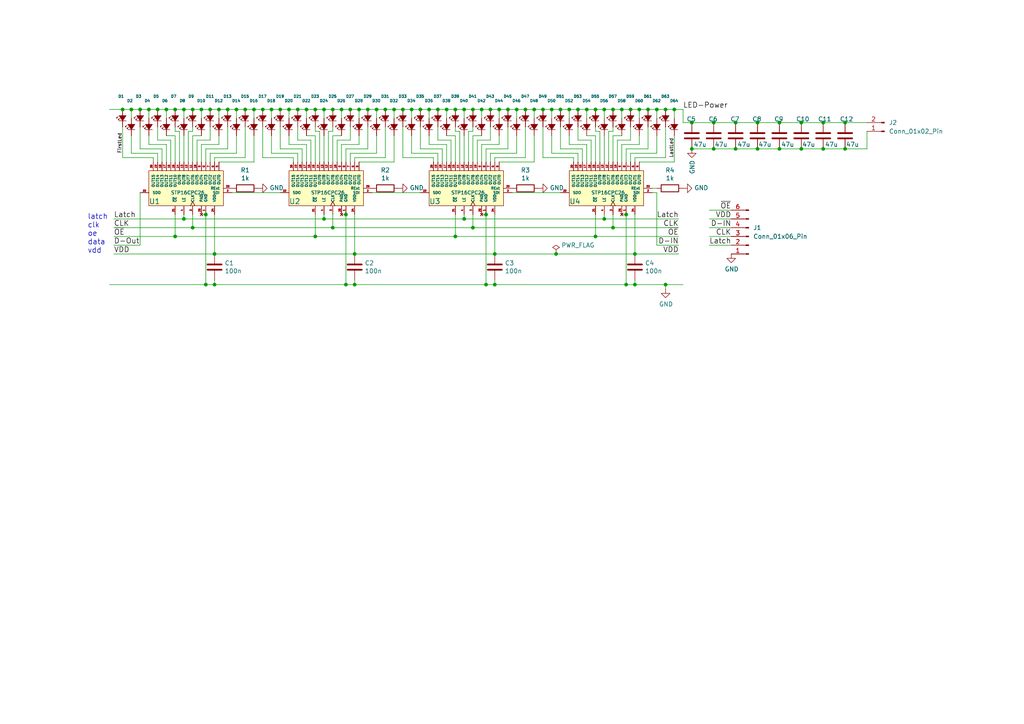
<source format=kicad_sch>
(kicad_sch (version 20231120) (generator "eeschema") (generator_version "8.0")
  (paper "A4")
  (junction (at 121.92 31.75))
  (junction (at 238.76 43.18))
  (junction (at 55.88 31.75))
  (junction (at 83.82 31.75))
  (junction (at 53.34 63.5))
  (junction (at 143.51 73.66))
  (junction (at 232.41 35.56))
  (junction (at 93.98 31.75))
  (junction (at 134.62 31.75))
  (junction (at 43.18 31.75))
  (junction (at 190.5 31.75))
  (junction (at 147.32 31.75))
  (junction (at 193.04 82.55))
  (junction (at 149.86 31.75))
  (junction (at 40.64 31.75))
  (junction (at 177.8 31.75))
  (junction (at 219.71 43.18))
  (junction (at 182.88 31.75))
  (junction (at 175.26 31.75))
  (junction (at 62.23 73.66))
  (junction (at 132.08 68.58))
  (junction (at 172.72 68.58))
  (junction (at 134.62 63.5))
  (junction (at 99.06 31.75))
  (junction (at 181.61 82.55))
  (junction (at 219.71 35.56))
  (junction (at 59.69 82.55))
  (junction (at 114.3 31.75))
  (junction (at 111.76 31.75))
  (junction (at 62.23 82.55))
  (junction (at 104.14 31.75))
  (junction (at 245.11 35.56))
  (junction (at 76.2 31.75))
  (junction (at 238.76 35.56))
  (junction (at 55.88 66.04))
  (junction (at 177.8 66.04))
  (junction (at 152.4 31.75))
  (junction (at 59.69 62.23))
  (junction (at 226.06 43.18))
  (junction (at 213.36 35.56))
  (junction (at 193.04 31.75))
  (junction (at 129.54 31.75))
  (junction (at 181.61 62.23))
  (junction (at 127 31.75))
  (junction (at 60.96 31.75))
  (junction (at 162.56 31.75))
  (junction (at 53.34 31.75))
  (junction (at 63.5 31.75))
  (junction (at 73.66 31.75))
  (junction (at 213.36 43.18))
  (junction (at 160.02 31.75))
  (junction (at 91.44 31.75))
  (junction (at 119.38 31.75))
  (junction (at 50.8 31.75))
  (junction (at 140.97 82.55))
  (junction (at 200.66 35.56))
  (junction (at 68.58 31.75))
  (junction (at 144.78 31.75))
  (junction (at 102.87 82.55))
  (junction (at 195.58 31.75))
  (junction (at 116.84 31.75))
  (junction (at 184.15 73.66))
  (junction (at 142.24 31.75))
  (junction (at 100.33 62.23))
  (junction (at 78.74 31.75))
  (junction (at 71.12 31.75))
  (junction (at 140.97 62.23))
  (junction (at 45.72 31.75))
  (junction (at 38.1 31.75))
  (junction (at 109.22 31.75))
  (junction (at 200.66 43.18))
  (junction (at 172.72 31.75))
  (junction (at 35.56 31.75))
  (junction (at 143.51 82.55))
  (junction (at 50.8 68.58))
  (junction (at 88.9 31.75))
  (junction (at 226.06 35.56))
  (junction (at 185.42 31.75))
  (junction (at 100.33 82.55))
  (junction (at 58.42 31.75))
  (junction (at 187.96 31.75))
  (junction (at 137.16 66.04))
  (junction (at 170.18 31.75))
  (junction (at 180.34 31.75))
  (junction (at 157.48 31.75))
  (junction (at 66.04 31.75))
  (junction (at 165.1 31.75))
  (junction (at 232.41 43.18))
  (junction (at 132.08 31.75))
  (junction (at 81.28 31.75))
  (junction (at 175.26 63.5))
  (junction (at 48.26 31.75))
  (junction (at 154.94 31.75))
  (junction (at 93.98 63.5))
  (junction (at 102.87 73.66))
  (junction (at 207.01 43.18))
  (junction (at 91.44 68.58))
  (junction (at 96.52 66.04))
  (junction (at 139.7 31.75))
  (junction (at 96.52 31.75))
  (junction (at 161.29 73.66))
  (junction (at 245.11 43.18))
  (junction (at 106.68 31.75))
  (junction (at 101.6 31.75))
  (junction (at 184.15 82.55))
  (junction (at 86.36 31.75))
  (junction (at 137.16 31.75))
  (junction (at 124.46 31.75))
  (junction (at 167.64 31.75))
  (junction (at 207.01 35.56))
  (wire (pts (xy 142.24 44.45) (xy 142.24 46.99)))
  (wire (pts (xy 157.48 45.72) (xy 166.37 45.72)))
  (wire (pts (xy 195.58 46.99) (xy 185.42 46.99)))
  (wire (pts (xy 78.74 44.45) (xy 86.36 44.45)))
  (wire (pts (xy 57.15 40.64) (xy 57.15 46.99)))
  (wire (pts (xy 33.02 68.58) (xy 50.8 68.58)))
  (wire (pts (xy 190.5 44.45) (xy 182.88 44.45)))
  (wire (pts (xy 152.4 36.83) (xy 152.4 45.72)))
  (wire (pts (xy 116.84 45.72) (xy 125.73 45.72)))
  (wire (pts (xy 190.5 34.29) (xy 190.5 31.75)))
  (wire (pts (xy 109.22 34.29) (xy 109.22 31.75)))
  (wire (pts (xy 52.07 38.1) (xy 52.07 46.99)))
  (wire (pts (xy 96.52 38.1) (xy 95.25 38.1)))
  (wire (pts (xy 96.52 31.75) (xy 99.06 31.75)))
  (wire (pts (xy 143.51 82.55) (xy 140.97 82.55)))
  (wire (pts (xy 109.22 31.75) (xy 111.76 31.75)))
  (wire (pts (xy 55.88 31.75) (xy 58.42 31.75)))
  (wire (pts (xy 73.66 46.99) (xy 63.5 46.99)))
  (wire (pts (xy 49.53 40.64) (xy 49.53 46.99)))
  (wire (pts (xy 180.34 31.75) (xy 182.88 31.75)))
  (wire (pts (xy 149.86 31.75) (xy 152.4 31.75)))
  (wire (pts (xy 182.88 44.45) (xy 182.88 46.99)))
  (wire (pts (xy 102.87 81.28) (xy 102.87 82.55)))
  (wire (pts (xy 60.96 40.64) (xy 57.15 40.64)))
  (wire (pts (xy 184.15 81.28) (xy 184.15 82.55)))
  (wire (pts (xy 45.72 31.75) (xy 48.26 31.75)))
  (wire (pts (xy 152.4 31.75) (xy 154.94 31.75)))
  (wire (pts (xy 170.18 31.75) (xy 172.72 31.75)))
  (wire (pts (xy 180.34 39.37) (xy 177.8 39.37)))
  (wire (pts (xy 96.52 36.83) (xy 96.52 38.1)))
  (wire (pts (xy 99.06 34.29) (xy 99.06 31.75)))
  (wire (pts (xy 175.26 31.75) (xy 177.8 31.75)))
  (wire (pts (xy 195.58 31.75) (xy 195.58 34.29)))
  (wire (pts (xy 102.87 45.72) (xy 111.76 45.72)))
  (wire (pts (xy 35.56 45.72) (xy 44.45 45.72)))
  (wire (pts (xy 91.44 39.37) (xy 91.44 46.99)))
  (wire (pts (xy 48.26 41.91) (xy 48.26 46.99)))
  (wire (pts (xy 134.62 34.29) (xy 134.62 31.75)))
  (wire (pts (xy 33.02 63.5) (xy 53.34 63.5)))
  (wire (pts (xy 185.42 34.29) (xy 185.42 31.75)))
  (wire (pts (xy 93.98 39.37) (xy 93.98 46.99)))
  (wire (pts (xy 66.04 36.83) (xy 66.04 43.18)))
  (wire (pts (xy 73.66 39.37) (xy 73.66 46.99)))
  (wire (pts (xy 200.66 35.56) (xy 207.01 35.56)))
  (wire (pts (xy 177.8 66.04) (xy 196.85 66.04)))
  (wire (pts (xy 102.87 73.66) (xy 143.51 73.66)))
  (wire (pts (xy 140.97 62.23) (xy 140.97 82.55)))
  (wire (pts (xy 132.08 38.1) (xy 133.35 38.1)))
  (wire (pts (xy 86.36 36.83) (xy 86.36 40.64)))
  (wire (pts (xy 166.37 45.72) (xy 166.37 46.99)))
  (wire (pts (xy 198.12 31.75) (xy 195.58 31.75)))
  (wire (pts (xy 121.92 43.18) (xy 128.27 43.18)))
  (wire (pts (xy 88.9 34.29) (xy 88.9 31.75)))
  (wire (pts (xy 134.62 31.75) (xy 137.16 31.75)))
  (wire (pts (xy 144.78 39.37) (xy 144.78 41.91)))
  (wire (pts (xy 106.68 36.83) (xy 106.68 43.18)))
  (wire (pts (xy 125.73 45.72) (xy 125.73 46.99)))
  (wire (pts (xy 62.23 82.55) (xy 59.69 82.55)))
  (wire (pts (xy 170.18 39.37) (xy 172.72 39.37)))
  (wire (pts (xy 59.69 43.18) (xy 59.69 46.99)))
  (wire (pts (xy 50.8 68.58) (xy 91.44 68.58)))
  (wire (pts (xy 251.46 43.18) (xy 245.11 43.18)))
  (wire (pts (xy 93.98 62.23) (xy 93.98 63.5)))
  (wire (pts (xy 45.72 36.83) (xy 45.72 40.64)))
  (wire (pts (xy 119.38 44.45) (xy 127 44.45)))
  (wire (pts (xy 68.58 34.29) (xy 68.58 31.75)))
  (wire (pts (xy 95.25 38.1) (xy 95.25 46.99)))
  (wire (pts (xy 137.16 36.83) (xy 137.16 38.1)))
  (wire (pts (xy 161.29 73.66) (xy 184.15 73.66)))
  (wire (pts (xy 177.8 62.23) (xy 177.8 66.04)))
  (wire (pts (xy 58.42 34.29) (xy 58.42 31.75)))
  (wire (pts (xy 182.88 31.75) (xy 185.42 31.75)))
  (wire (pts (xy 232.41 43.18) (xy 238.76 43.18)))
  (wire (pts (xy 31.75 31.75) (xy 35.56 31.75)))
  (wire (pts (xy 184.15 82.55) (xy 181.61 82.55)))
  (wire (pts (xy 114.3 31.75) (xy 114.3 34.29)))
  (wire (pts (xy 139.7 41.91) (xy 139.7 46.99)))
  (wire (pts (xy 172.72 62.23) (xy 172.72 68.58)))
  (wire (pts (xy 104.14 31.75) (xy 106.68 31.75)))
  (wire (pts (xy 73.66 31.75) (xy 73.66 34.29)))
  (wire (pts (xy 165.1 31.75) (xy 167.64 31.75)))
  (wire (pts (xy 54.61 38.1) (xy 54.61 46.99)))
  (wire (pts (xy 185.42 31.75) (xy 187.96 31.75)))
  (wire (pts (xy 205.74 60.96) (xy 212.09 60.96)))
  (wire (pts (xy 162.56 36.83) (xy 162.56 43.18)))
  (wire (pts (xy 181.61 43.18) (xy 187.96 43.18)))
  (wire (pts (xy 68.58 39.37) (xy 68.58 44.45)))
  (wire (pts (xy 33.02 73.66) (xy 62.23 73.66)))
  (wire (pts (xy 180.34 34.29) (xy 180.34 31.75)))
  (wire (pts (xy 177.8 39.37) (xy 177.8 46.99)))
  (wire (pts (xy 180.34 41.91) (xy 180.34 46.99)))
  (wire (pts (xy 63.5 41.91) (xy 58.42 41.91)))
  (wire (pts (xy 134.62 63.5) (xy 175.26 63.5)))
  (wire (pts (xy 96.52 66.04) (xy 137.16 66.04)))
  (wire (pts (xy 132.08 62.23) (xy 132.08 68.58)))
  (wire (pts (xy 93.98 63.5) (xy 134.62 63.5)))
  (wire (pts (xy 168.91 43.18) (xy 168.91 46.99)))
  (wire (pts (xy 50.8 36.83) (xy 50.8 38.1)))
  (wire (pts (xy 137.16 62.23) (xy 137.16 66.04)))
  (wire (pts (xy 176.53 38.1) (xy 176.53 46.99)))
  (wire (pts (xy 193.04 36.83) (xy 193.04 45.72)))
  (wire (pts (xy 193.04 83.82) (xy 193.04 82.55)))
  (wire (pts (xy 154.94 46.99) (xy 144.78 46.99)))
  (wire (pts (xy 127 44.45) (xy 127 46.99)))
  (wire (pts (xy 124.46 41.91) (xy 129.54 41.91)))
  (wire (pts (xy 92.71 38.1) (xy 92.71 46.99)))
  (wire (pts (xy 102.87 62.23) (xy 102.87 73.66)))
  (wire (pts (xy 207.01 43.18) (xy 213.36 43.18)))
  (wire (pts (xy 139.7 62.23) (xy 140.97 62.23)))
  (wire (pts (xy 137.16 38.1) (xy 135.89 38.1)))
  (wire (pts (xy 101.6 36.83) (xy 101.6 40.64)))
  (wire (pts (xy 137.16 66.04) (xy 177.8 66.04)))
  (wire (pts (xy 127 40.64) (xy 130.81 40.64)))
  (wire (pts (xy 144.78 41.91) (xy 139.7 41.91)))
  (wire (pts (xy 147.32 31.75) (xy 149.86 31.75)))
  (wire (pts (xy 149.86 44.45) (xy 142.24 44.45)))
  (wire (pts (xy 53.34 31.75) (xy 55.88 31.75)))
  (wire (pts (xy 99.06 41.91) (xy 99.06 46.99)))
  (wire (pts (xy 83.82 31.75) (xy 86.36 31.75)))
  (wire (pts (xy 104.14 39.37) (xy 104.14 41.91)))
  (wire (pts (xy 219.71 43.18) (xy 226.06 43.18)))
  (wire (pts (xy 193.04 31.75) (xy 195.58 31.75)))
  (wire (pts (xy 45.72 40.64) (xy 49.53 40.64)))
  (wire (pts (xy 162.56 31.75) (xy 165.1 31.75)))
  (wire (pts (xy 121.92 36.83) (xy 121.92 43.18)))
  (wire (pts (xy 170.18 41.91) (xy 170.18 46.99)))
  (wire (pts (xy 167.64 31.75) (xy 170.18 31.75)))
  (wire (pts (xy 102.87 82.55) (xy 100.33 82.55)))
  (wire (pts (xy 129.54 31.75) (xy 132.08 31.75)))
  (wire (pts (xy 205.74 63.5) (xy 212.09 63.5)))
  (wire (pts (xy 100.33 43.18) (xy 106.68 43.18)))
  (wire (pts (xy 38.1 39.37) (xy 38.1 44.45)))
  (wire (pts (xy 78.74 34.29) (xy 78.74 31.75)))
  (wire (pts (xy 143.51 45.72) (xy 152.4 45.72)))
  (wire (pts (xy 50.8 38.1) (xy 52.07 38.1)))
  (wire (pts (xy 50.8 62.23) (xy 50.8 68.58)))
  (wire (pts (xy 139.7 31.75) (xy 142.24 31.75)))
  (wire (pts (xy 142.24 36.83) (xy 142.24 40.64)))
  (wire (pts (xy 96.52 39.37) (xy 96.52 46.99)))
  (wire (pts (xy 40.64 36.83) (xy 40.64 43.18)))
  (wire (pts (xy 109.22 39.37) (xy 109.22 44.45)))
  (wire (pts (xy 48.26 39.37) (xy 50.8 39.37)))
  (wire (pts (xy 101.6 44.45) (xy 101.6 46.99)))
  (wire (pts (xy 73.66 31.75) (xy 76.2 31.75)))
  (wire (pts (xy 177.8 31.75) (xy 180.34 31.75)))
  (wire (pts (xy 62.23 45.72) (xy 71.12 45.72)))
  (wire (pts (xy 127 36.83) (xy 127 40.64)))
  (wire (pts (xy 55.88 62.23) (xy 55.88 66.04)))
  (wire (pts (xy 58.42 39.37) (xy 55.88 39.37)))
  (wire (pts (xy 177.8 38.1) (xy 176.53 38.1)))
  (wire (pts (xy 88.9 39.37) (xy 91.44 39.37)))
  (wire (pts (xy 154.94 31.75) (xy 157.48 31.75)))
  (wire (pts (xy 102.87 46.99) (xy 102.87 45.72)))
  (wire (pts (xy 121.92 31.75) (xy 124.46 31.75)))
  (wire (pts (xy 132.08 68.58) (xy 172.72 68.58)))
  (wire (pts (xy 85.09 45.72) (xy 85.09 46.99)))
  (wire (pts (xy 142.24 31.75) (xy 144.78 31.75)))
  (wire (pts (xy 182.88 40.64) (xy 179.07 40.64)))
  (wire (pts (xy 148.59 55.88) (xy 162.56 55.88)))
  (wire (pts (xy 198.12 82.55) (xy 193.04 82.55)))
  (wire (pts (xy 184.15 62.23) (xy 184.15 73.66)))
  (wire (pts (xy 63.5 39.37) (xy 63.5 41.91)))
  (wire (pts (xy 124.46 39.37) (xy 124.46 41.91)))
  (wire (pts (xy 50.8 31.75) (xy 53.34 31.75)))
  (wire (pts (xy 81.28 31.75) (xy 83.82 31.75)))
  (wire (pts (xy 86.36 31.75) (xy 88.9 31.75)))
  (wire (pts (xy 58.42 62.23) (xy 59.69 62.23)))
  (wire (pts (xy 78.74 39.37) (xy 78.74 44.45)))
  (wire (pts (xy 83.82 41.91) (xy 88.9 41.91)))
  (wire (pts (xy 66.04 31.75) (xy 68.58 31.75)))
  (wire (pts (xy 35.56 36.83) (xy 35.56 45.72)))
  (wire (pts (xy 181.61 62.23) (xy 181.61 82.55)))
  (wire (pts (xy 226.06 35.56) (xy 232.41 35.56)))
  (wire (pts (xy 48.26 34.29) (xy 48.26 31.75)))
  (wire (pts (xy 101.6 31.75) (xy 104.14 31.75)))
  (wire (pts (xy 62.23 46.99) (xy 62.23 45.72)))
  (wire (pts (xy 104.14 34.29) (xy 104.14 31.75)))
  (wire (pts (xy 63.5 34.29) (xy 63.5 31.75)))
  (wire (pts (xy 213.36 35.56) (xy 219.71 35.56)))
  (wire (pts (xy 76.2 36.83) (xy 76.2 45.72)))
  (wire (pts (xy 96.52 62.23) (xy 96.52 66.04)))
  (wire (pts (xy 99.06 62.23) (xy 100.33 62.23)))
  (wire (pts (xy 138.43 40.64) (xy 138.43 46.99)))
  (wire (pts (xy 58.42 31.75) (xy 60.96 31.75)))
  (wire (pts (xy 137.16 31.75) (xy 139.7 31.75)))
  (wire (pts (xy 86.36 40.64) (xy 90.17 40.64)))
  (wire (pts (xy 129.54 41.91) (xy 129.54 46.99)))
  (wire (pts (xy 172.72 31.75) (xy 175.26 31.75)))
  (wire (pts (xy 189.23 55.88) (xy 190.5 55.88)))
  (wire (pts (xy 185.42 41.91) (xy 180.34 41.91)))
  (wire (pts (xy 91.44 68.58) (xy 132.08 68.58)))
  (wire (pts (xy 185.42 39.37) (xy 185.42 41.91)))
  (wire (pts (xy 200.66 43.18) (xy 207.01 43.18)))
  (wire (pts (xy 190.5 71.12) (xy 196.85 71.12)))
  (wire (pts (xy 60.96 36.83) (xy 60.96 40.64)))
  (wire (pts (xy 160.02 39.37) (xy 160.02 44.45)))
  (wire (pts (xy 173.99 38.1) (xy 173.99 46.99)))
  (wire (pts (xy 140.97 43.18) (xy 140.97 46.99)))
  (wire (pts (xy 43.18 34.29) (xy 43.18 31.75)))
  (wire (pts (xy 140.97 43.18) (xy 147.32 43.18)))
  (wire (pts (xy 59.69 82.55) (xy 31.75 82.55)))
  (wire (pts (xy 46.99 43.18) (xy 46.99 46.99)))
  (wire (pts (xy 60.96 44.45) (xy 60.96 46.99)))
  (wire (pts (xy 63.5 31.75) (xy 66.04 31.75)))
  (wire (pts (xy 100.33 62.23) (xy 100.33 82.55)))
  (wire (pts (xy 99.06 39.37) (xy 96.52 39.37)))
  (wire (pts (xy 48.26 31.75) (xy 50.8 31.75)))
  (wire (pts (xy 154.94 31.75) (xy 154.94 34.29)))
  (wire (pts (xy 165.1 34.29) (xy 165.1 31.75)))
  (wire (pts (xy 187.96 31.75) (xy 190.5 31.75)))
  (wire (pts (xy 167.64 36.83) (xy 167.64 40.64)))
  (wire (pts (xy 119.38 31.75) (xy 121.92 31.75)))
  (wire (pts (xy 172.72 36.83) (xy 172.72 38.1)))
  (wire (pts (xy 139.7 34.29) (xy 139.7 31.75)))
  (wire (pts (xy 175.26 63.5) (xy 196.85 63.5)))
  (wire (pts (xy 190.5 39.37) (xy 190.5 44.45)))
  (wire (pts (xy 167.64 40.64) (xy 171.45 40.64)))
  (wire (pts (xy 53.34 39.37) (xy 53.34 46.99)))
  (wire (pts (xy 91.44 31.75) (xy 93.98 31.75)))
  (wire (pts (xy 81.28 36.83) (xy 81.28 43.18)))
  (wire (pts (xy 128.27 43.18) (xy 128.27 46.99)))
  (wire (pts (xy 180.34 62.23) (xy 181.61 62.23)))
  (wire (pts (xy 40.64 55.88) (xy 40.64 71.12)))
  (wire (pts (xy 91.44 62.23) (xy 91.44 68.58)))
  (wire (pts (xy 88.9 41.91) (xy 88.9 46.99)))
  (wire (pts (xy 58.42 41.91) (xy 58.42 46.99)))
  (wire (pts (xy 165.1 39.37) (xy 165.1 41.91)))
  (wire (pts (xy 147.32 36.83) (xy 147.32 43.18)))
  (wire (pts (xy 116.84 31.75) (xy 119.38 31.75)))
  (wire (pts (xy 139.7 39.37) (xy 137.16 39.37)))
  (wire (pts (xy 207.01 35.56) (xy 213.36 35.56)))
  (wire (pts (xy 129.54 34.29) (xy 129.54 31.75)))
  (wire (pts (xy 193.04 82.55) (xy 184.15 82.55)))
  (wire (pts (xy 143.51 73.66) (xy 161.29 73.66)))
  (wire (pts (xy 62.23 73.66) (xy 102.87 73.66)))
  (wire (pts (xy 38.1 44.45) (xy 45.72 44.45)))
  (wire (pts (xy 149.86 39.37) (xy 149.86 44.45)))
  (wire (pts (xy 53.34 63.5) (xy 93.98 63.5)))
  (wire (pts (xy 172.72 39.37) (xy 172.72 46.99)))
  (wire (pts (xy 55.88 36.83) (xy 55.88 38.1)))
  (wire (pts (xy 91.44 38.1) (xy 92.71 38.1)))
  (wire (pts (xy 140.97 82.55) (xy 102.87 82.55)))
  (wire (pts (xy 175.26 34.29) (xy 175.26 31.75)))
  (wire (pts (xy 162.56 43.18) (xy 168.91 43.18)))
  (wire (pts (xy 177.8 36.83) (xy 177.8 38.1)))
  (wire (pts (xy 179.07 40.64) (xy 179.07 46.99)))
  (wire (pts (xy 55.88 38.1) (xy 54.61 38.1)))
  (wire (pts (xy 78.74 31.75) (xy 81.28 31.75)))
  (wire (pts (xy 101.6 40.64) (xy 97.79 40.64)))
  (wire (pts (xy 130.81 40.64) (xy 130.81 46.99)))
  (wire (pts (xy 111.76 36.83) (xy 111.76 45.72)))
  (wire (pts (xy 167.64 44.45) (xy 167.64 46.99)))
  (wire (pts (xy 119.38 34.29) (xy 119.38 31.75)))
  (wire (pts (xy 160.02 44.45) (xy 167.64 44.45)))
  (wire (pts (xy 109.22 44.45) (xy 101.6 44.45)))
  (wire (pts (xy 116.84 36.83) (xy 116.84 45.72)))
  (wire (pts (xy 190.5 55.88) (xy 190.5 71.12)))
  (wire (pts (xy 132.08 31.75) (xy 134.62 31.75)))
  (wire (pts (xy 143.51 81.28) (xy 143.51 82.55)))
  (wire (pts (xy 181.61 82.55) (xy 143.51 82.55)))
  (wire (pts (xy 190.5 31.75) (xy 193.04 31.75)))
  (wire (pts (xy 184.15 45.72) (xy 193.04 45.72)))
  (wire (pts (xy 100.33 43.18) (xy 100.33 46.99)))
  (wire (pts (xy 144.78 31.75) (xy 147.32 31.75)))
  (wire (pts (xy 38.1 34.29) (xy 38.1 31.75)))
  (wire (pts (xy 53.34 34.29) (xy 53.34 31.75)))
  (wire (pts (xy 71.12 36.83) (xy 71.12 45.72)))
  (wire (pts (xy 135.89 38.1) (xy 135.89 46.99)))
  (wire (pts (xy 40.64 43.18) (xy 46.99 43.18)))
  (wire (pts (xy 134.62 62.23) (xy 134.62 63.5)))
  (wire (pts (xy 137.16 39.37) (xy 137.16 46.99)))
  (wire (pts (xy 45.72 44.45) (xy 45.72 46.99)))
  (wire (pts (xy 62.23 62.23) (xy 62.23 73.66)))
  (wire (pts (xy 35.56 31.75) (xy 38.1 31.75)))
  (wire (pts (xy 93.98 31.75) (xy 96.52 31.75)))
  (wire (pts (xy 226.06 43.18) (xy 232.41 43.18)))
  (wire (pts (xy 83.82 39.37) (xy 83.82 41.91)))
  (wire (pts (xy 198.12 35.56) (xy 198.12 31.75)))
  (wire (pts (xy 184.15 46.99) (xy 184.15 45.72)))
  (wire (pts (xy 175.26 39.37) (xy 175.26 46.99)))
  (wire (pts (xy 81.28 43.18) (xy 87.63 43.18)))
  (wire (pts (xy 97.79 40.64) (xy 97.79 46.99)))
  (wire (pts (xy 129.54 39.37) (xy 132.08 39.37)))
  (wire (pts (xy 181.61 43.18) (xy 181.61 46.99)))
  (wire (pts (xy 111.76 31.75) (xy 114.3 31.75)))
  (wire (pts (xy 87.63 43.18) (xy 87.63 46.99)))
  (wire (pts (xy 44.45 45.72) (xy 44.45 46.99)))
  (wire (pts (xy 59.69 62.23) (xy 59.69 82.55)))
  (wire (pts (xy 132.08 36.83) (xy 132.08 38.1)))
  (wire (pts (xy 114.3 39.37) (xy 114.3 46.99)))
  (wire (pts (xy 200.66 35.56) (xy 198.12 35.56)))
  (wire (pts (xy 160.02 34.29) (xy 160.02 31.75)))
  (wire (pts (xy 40.64 71.12) (xy 33.02 71.12)))
  (wire (pts (xy 100.33 82.55) (xy 62.23 82.55)))
  (wire (pts (xy 99.06 31.75) (xy 101.6 31.75)))
  (wire (pts (xy 205.74 66.04) (xy 212.09 66.04)))
  (wire (pts (xy 143.51 46.99) (xy 143.51 45.72)))
  (wire (pts (xy 238.76 43.18) (xy 245.11 43.18)))
  (wire (pts (xy 55.88 39.37) (xy 55.88 46.99)))
  (wire (pts (xy 68.58 31.75) (xy 71.12 31.75)))
  (wire (pts (xy 62.23 81.28) (xy 62.23 82.55)))
  (wire (pts (xy 172.72 68.58) (xy 196.85 68.58)))
  (wire (pts (xy 114.3 46.99) (xy 104.14 46.99)))
  (wire (pts (xy 205.74 68.58) (xy 212.09 68.58)))
  (wire (pts (xy 40.64 31.75) (xy 43.18 31.75)))
  (wire (pts (xy 154.94 39.37) (xy 154.94 46.99)))
  (wire (pts (xy 127 31.75) (xy 129.54 31.75)))
  (wire (pts (xy 88.9 31.75) (xy 91.44 31.75)))
  (wire (pts (xy 67.31 55.88) (xy 81.28 55.88)))
  (wire (pts (xy 71.12 31.75) (xy 73.66 31.75)))
  (wire (pts (xy 76.2 31.75) (xy 78.74 31.75)))
  (wire (pts (xy 142.24 40.64) (xy 138.43 40.64)))
  (wire (pts (xy 143.51 62.23) (xy 143.51 73.66)))
  (wire (pts (xy 91.44 36.83) (xy 91.44 38.1)))
  (wire (pts (xy 83.82 34.29) (xy 83.82 31.75)))
  (wire (pts (xy 124.46 34.29) (xy 124.46 31.75)))
  (wire (pts (xy 76.2 45.72) (xy 85.09 45.72)))
  (wire (pts (xy 107.95 55.88) (xy 121.92 55.88)))
  (wire (pts (xy 144.78 34.29) (xy 144.78 31.75)))
  (wire (pts (xy 119.38 39.37) (xy 119.38 44.45)))
  (wire (pts (xy 251.46 38.1) (xy 251.46 43.18)))
  (wire (pts (xy 149.86 34.29) (xy 149.86 31.75)))
  (wire (pts (xy 232.41 35.56) (xy 238.76 35.56)))
  (wire (pts (xy 86.36 44.45) (xy 86.36 46.99)))
  (wire (pts (xy 60.96 31.75) (xy 63.5 31.75)))
  (wire (pts (xy 160.02 31.75) (xy 162.56 31.75)))
  (wire (pts (xy 171.45 40.64) (xy 171.45 46.99)))
  (wire (pts (xy 114.3 31.75) (xy 116.84 31.75)))
  (wire (pts (xy 165.1 41.91) (xy 170.18 41.91)))
  (wire (pts (xy 43.18 39.37) (xy 43.18 41.91)))
  (wire (pts (xy 195.58 39.37) (xy 195.58 46.99)))
  (wire (pts (xy 106.68 31.75) (xy 109.22 31.75)))
  (wire (pts (xy 134.62 39.37) (xy 134.62 46.99)))
  (wire (pts (xy 184.15 73.66) (xy 196.85 73.66)))
  (wire (pts (xy 245.11 35.56) (xy 251.46 35.56)))
  (wire (pts (xy 132.08 39.37) (xy 132.08 46.99)))
  (wire (pts (xy 43.18 41.91) (xy 48.26 41.91)))
  (wire (pts (xy 219.71 35.56) (xy 226.06 35.56)))
  (wire (pts (xy 205.74 71.12) (xy 212.09 71.12)))
  (wire (pts (xy 43.18 31.75) (xy 45.72 31.75)))
  (wire (pts (xy 55.88 66.04) (xy 96.52 66.04)))
  (wire (pts (xy 157.48 36.83) (xy 157.48 45.72)))
  (wire (pts (xy 90.17 40.64) (xy 90.17 46.99)))
  (wire (pts (xy 53.34 62.23) (xy 53.34 63.5)))
  (wire (pts (xy 104.14 41.91) (xy 99.06 41.91)))
  (wire (pts (xy 93.98 34.29) (xy 93.98 31.75)))
  (wire (pts (xy 133.35 38.1) (xy 133.35 46.99)))
  (wire (pts (xy 59.69 43.18) (xy 66.04 43.18)))
  (wire (pts (xy 157.48 31.75) (xy 160.02 31.75)))
  (wire (pts (xy 189.23 54.61) (xy 190.5 54.61)))
  (wire (pts (xy 175.26 62.23) (xy 175.26 63.5)))
  (wire (pts (xy 213.36 43.18) (xy 219.71 43.18)))
  (wire (pts (xy 33.02 66.04) (xy 55.88 66.04)))
  (wire (pts (xy 187.96 36.83) (xy 187.96 43.18)))
  (wire (pts (xy 170.18 34.29) (xy 170.18 31.75)))
  (wire (pts (xy 124.46 31.75) (xy 127 31.75)))
  (wire (pts (xy 238.76 35.56) (xy 245.11 35.56)))
  (wire (pts (xy 172.72 38.1) (xy 173.99 38.1)))
  (wire (pts (xy 68.58 44.45) (xy 60.96 44.45)))
  (wire (pts (xy 38.1 31.75) (xy 40.64 31.75)))
  (wire (pts (xy 50.8 39.37) (xy 50.8 46.99)))
  (wire (pts (xy 182.88 36.83) (xy 182.88 40.64)))
  (text "latch\nclk\noe\ndata\nvdd" (at 25.4 73.66 0) (effects (font (size 1.524 1.524)) (justify left bottom)))
  (label "VDD" (at 212.09 63.5 180) (effects (font (size 1.524 1.524))))
  (label "Latch" (at 212.09 71.12 180) (effects (font (size 1.524 1.524))))
  (label "CLK" (at 212.09 68.58 180) (effects (font (size 1.524 1.524))))
  (label "~{OE}" (at 33.02 68.58 0) (effects (font (size 1.524 1.524))))
  (label "~{OE}" (at 196.85 68.58 180) (effects (font (size 1.524 1.524))))
  (label "VDD" (at 196.85 73.66 180) (effects (font (size 1.524 1.524))))
  (label "LED-Power" (at 198.12 31.75 0) (effects (font (size 1.524 1.524))))
  (label "VDD" (at 33.02 73.66 0) (effects (font (size 1.524 1.524))))
  (label "FirstLed" (at 35.56 44.45 90) (effects (font (size 0.9906 0.9906))))
  (label "D-IN" (at 212.09 66.04 180) (effects (font (size 1.524 1.524))))
  (label "~{OE}" (at 212.09 60.96 180) (effects (font (size 1.524 1.524))))
  (label "CLK" (at 196.85 66.04 180) (effects (font (size 1.524 1.524))))
  (label "Latch" (at 196.85 63.5 180) (effects (font (size 1.524 1.524))))
  (label "D-Out" (at 33.02 71.12 0) (effects (font (size 1.524 1.524))))
  (label "D-IN" (at 196.85 71.12 180) (effects (font (size 1.524 1.524))))
  (label "CLK" (at 33.02 66.04 0) (effects (font (size 1.524 1.524))))
  (label "LastLed" (at 195.58 45.72 90) (effects (font (size 0.9906 0.9906))))
  (label "Latch" (at 33.02 63.5 0) (effects (font (size 1.524 1.524))))
  (symbol (lib_id "glowxels:STP16CPC26") (at 53.34 55.88 180) (unit 1)
    (property "Reference" "U1" (at 43.18 58.42 0) (effects (font (size 1.524 1.524)) (justify right)))
    (property "Value" "STP16CPC26" (at 49.53 55.88 0) (effects (font (size 1.016 1.016)) (justify right)))
    (property "Footprint" "Glowxels:TSSOP-24EP_4.4x7.8mm_Pitch0.65mm" (effects (hide yes)))
  )
  (symbol (lib_id "Device:LED_Small_ALT") (at 53.34 36.83 90) (unit 1)
    (property "Reference" "D8" (at 52.07 29.21 90) (effects (font (size 0.7874 0.7874)) (justify right)))
    (property "Value" "UV" (effects (hide yes)))
    (property "Footprint" "LED_SMD:LED_0603_1608Metric" (effects (hide yes)))
  )
  (symbol (lib_id "Device:LED_Small_ALT") (at 58.42 36.83 90) (unit 1)
    (property "Reference" "D10" (at 57.15 29.21 90) (effects (font (size 0.7874 0.7874)) (justify right)))
    (property "Value" "UV" (effects (hide yes)))
    (property "Footprint" "LED_SMD:LED_0603_1608Metric" (effects (hide yes)))
  )
  (symbol (lib_id "Device:LED_Small_ALT") (at 55.88 34.29 90) (unit 1)
    (property "Reference" "D9" (at 54.61 27.94 90) (effects (font (size 0.7874 0.7874)) (justify right)))
    (property "Value" "UV" (effects (hide yes)))
    (property "Footprint" "LED_SMD:LED_0603_1608Metric" (effects (hide yes)))
  )
  (symbol (lib_id "Device:LED_Small_ALT") (at 60.96 34.29 90) (unit 1)
    (property "Reference" "D11" (at 59.69 27.94 90) (effects (font (size 0.7874 0.7874)) (justify right)))
    (property "Value" "UV" (effects (hide yes)))
    (property "Footprint" "LED_SMD:LED_0603_1608Metric" (effects (hide yes)))
  )
  (symbol (lib_id "Device:LED_Small_ALT") (at 63.5 36.83 90) (unit 1)
    (property "Reference" "D12" (at 62.23 29.21 90) (effects (font (size 0.7874 0.7874)) (justify right)))
    (property "Value" "UV" (effects (hide yes)))
    (property "Footprint" "LED_SMD:LED_0603_1608Metric" (effects (hide yes)))
  )
  (symbol (lib_id "Device:LED_Small_ALT") (at 66.04 34.29 90) (unit 1)
    (property "Reference" "D13" (at 64.77 27.94 90) (effects (font (size 0.7874 0.7874)) (justify right)))
    (property "Value" "UV" (effects (hide yes)))
    (property "Footprint" "LED_SMD:LED_0603_1608Metric" (effects (hide yes)))
  )
  (symbol (lib_id "Device:LED_Small_ALT") (at 68.58 36.83 90) (unit 1)
    (property "Reference" "D14" (at 67.31 29.21 90) (effects (font (size 0.7874 0.7874)) (justify right)))
    (property "Value" "UV" (effects (hide yes)))
    (property "Footprint" "LED_SMD:LED_0603_1608Metric" (effects (hide yes)))
  )
  (symbol (lib_id "Device:LED_Small_ALT") (at 71.12 34.29 90) (unit 1)
    (property "Reference" "D15" (at 69.85 27.94 90) (effects (font (size 0.7874 0.7874)) (justify right)))
    (property "Value" "UV" (effects (hide yes)))
    (property "Footprint" "LED_SMD:LED_0603_1608Metric" (effects (hide yes)))
  )
  (symbol (lib_id "Device:LED_Small_ALT") (at 73.66 36.83 90) (unit 1)
    (property "Reference" "D16" (at 72.39 29.21 90) (effects (font (size 0.7874 0.7874)) (justify right)))
    (property "Value" "UV" (effects (hide yes)))
    (property "Footprint" "LED_SMD:LED_0603_1608Metric" (effects (hide yes)))
  )
  (symbol (lib_id "Device:LED_Small_ALT") (at 50.8 34.29 90) (unit 1)
    (property "Reference" "D7" (at 49.53 27.94 90) (effects (font (size 0.7874 0.7874)) (justify right)))
    (property "Value" "UV" (effects (hide yes)))
    (property "Footprint" "LED_SMD:LED_0603_1608Metric" (effects (hide yes)))
  )
  (symbol (lib_id "Device:LED_Small_ALT") (at 48.26 36.83 90) (unit 1)
    (property "Reference" "D6" (at 46.99 29.21 90) (effects (font (size 0.7874 0.7874)) (justify right)))
    (property "Value" "UV" (effects (hide yes)))
    (property "Footprint" "LED_SMD:LED_0603_1608Metric" (effects (hide yes)))
  )
  (symbol (lib_id "Device:LED_Small_ALT") (at 45.72 34.29 90) (unit 1)
    (property "Reference" "D5" (at 44.45 27.94 90) (effects (font (size 0.7874 0.7874)) (justify right)))
    (property "Value" "UV" (effects (hide yes)))
    (property "Footprint" "LED_SMD:LED_0603_1608Metric" (effects (hide yes)))
  )
  (symbol (lib_id "Device:LED_Small_ALT") (at 43.18 36.83 90) (unit 1)
    (property "Reference" "D4" (at 41.91 29.21 90) (effects (font (size 0.7874 0.7874)) (justify right)))
    (property "Value" "UV" (effects (hide yes)))
    (property "Footprint" "LED_SMD:LED_0603_1608Metric" (effects (hide yes)))
  )
  (symbol (lib_id "Device:LED_Small_ALT") (at 40.64 34.29 90) (unit 1)
    (property "Reference" "D3" (at 39.37 27.94 90) (effects (font (size 0.7874 0.7874)) (justify right)))
    (property "Value" "UV" (effects (hide yes)))
    (property "Footprint" "LED_SMD:LED_0603_1608Metric" (effects (hide yes)))
  )
  (symbol (lib_id "Device:LED_Small_ALT") (at 38.1 36.83 90) (unit 1)
    (property "Reference" "D2" (at 36.83 29.21 90) (effects (font (size 0.7874 0.7874)) (justify right)))
    (property "Value" "UV" (effects (hide yes)))
    (property "Footprint" "LED_SMD:LED_0603_1608Metric" (effects (hide yes)))
  )
  (symbol (lib_id "Device:LED_Small_ALT") (at 35.56 34.29 90) (unit 1)
    (property "Reference" "D1" (at 34.29 27.94 90) (effects (font (size 0.7874 0.7874)) (justify right)))
    (property "Value" "UV" (effects (hide yes)))
    (property "Footprint" "LED_SMD:LED_0603_1608Metric" (effects (hide yes)))
  )
  (symbol (lib_id "glowxels:STP16CPC26") (at 93.98 55.88 180) (unit 1)
    (property "Reference" "U2" (at 83.82 58.42 0) (effects (font (size 1.524 1.524)) (justify right)))
    (property "Value" "STP16CPC26" (at 90.17 55.88 0) (effects (font (size 1.016 1.016)) (justify right)))
    (property "Footprint" "Glowxels:TSSOP-24EP_4.4x7.8mm_Pitch0.65mm" (effects (hide yes)))
  )
  (symbol (lib_id "Device:LED_Small_ALT") (at 93.98 36.83 90) (unit 1)
    (property "Reference" "D24" (at 92.71 29.21 90) (effects (font (size 0.7874 0.7874)) (justify right)))
    (property "Value" "UV" (effects (hide yes)))
    (property "Footprint" "LED_SMD:LED_0603_1608Metric" (effects (hide yes)))
  )
  (symbol (lib_id "Device:LED_Small_ALT") (at 99.06 36.83 90) (unit 1)
    (property "Reference" "D26" (at 97.79 29.21 90) (effects (font (size 0.7874 0.7874)) (justify right)))
    (property "Value" "UV" (effects (hide yes)))
    (property "Footprint" "LED_SMD:LED_0603_1608Metric" (effects (hide yes)))
  )
  (symbol (lib_id "Device:LED_Small_ALT") (at 96.52 34.29 90) (unit 1)
    (property "Reference" "D25" (at 95.25 27.94 90) (effects (font (size 0.7874 0.7874)) (justify right)))
    (property "Value" "UV" (effects (hide yes)))
    (property "Footprint" "LED_SMD:LED_0603_1608Metric" (effects (hide yes)))
  )
  (symbol (lib_id "Device:LED_Small_ALT") (at 101.6 34.29 90) (unit 1)
    (property "Reference" "D27" (at 100.33 27.94 90) (effects (font (size 0.7874 0.7874)) (justify right)))
    (property "Value" "UV" (effects (hide yes)))
    (property "Footprint" "LED_SMD:LED_0603_1608Metric" (effects (hide yes)))
  )
  (symbol (lib_id "Device:LED_Small_ALT") (at 104.14 36.83 90) (unit 1)
    (property "Reference" "D28" (at 102.87 29.21 90) (effects (font (size 0.7874 0.7874)) (justify right)))
    (property "Value" "UV" (effects (hide yes)))
    (property "Footprint" "LED_SMD:LED_0603_1608Metric" (effects (hide yes)))
  )
  (symbol (lib_id "Device:LED_Small_ALT") (at 106.68 34.29 90) (unit 1)
    (property "Reference" "D29" (at 105.41 27.94 90) (effects (font (size 0.7874 0.7874)) (justify right)))
    (property "Value" "UV" (effects (hide yes)))
    (property "Footprint" "LED_SMD:LED_0603_1608Metric" (effects (hide yes)))
  )
  (symbol (lib_id "Device:LED_Small_ALT") (at 109.22 36.83 90) (unit 1)
    (property "Reference" "D30" (at 107.95 29.21 90) (effects (font (size 0.7874 0.7874)) (justify right)))
    (property "Value" "UV" (effects (hide yes)))
    (property "Footprint" "LED_SMD:LED_0603_1608Metric" (effects (hide yes)))
  )
  (symbol (lib_id "Device:LED_Small_ALT") (at 111.76 34.29 90) (unit 1)
    (property "Reference" "D31" (at 110.49 27.94 90) (effects (font (size 0.7874 0.7874)) (justify right)))
    (property "Value" "UV" (effects (hide yes)))
    (property "Footprint" "LED_SMD:LED_0603_1608Metric" (effects (hide yes)))
  )
  (symbol (lib_id "Device:LED_Small_ALT") (at 114.3 36.83 90) (unit 1)
    (property "Reference" "D32" (at 113.03 29.21 90) (effects (font (size 0.7874 0.7874)) (justify right)))
    (property "Value" "UV" (effects (hide yes)))
    (property "Footprint" "LED_SMD:LED_0603_1608Metric" (effects (hide yes)))
  )
  (symbol (lib_id "Device:LED_Small_ALT") (at 91.44 34.29 90) (unit 1)
    (property "Reference" "D23" (at 90.17 27.94 90) (effects (font (size 0.7874 0.7874)) (justify right)))
    (property "Value" "UV" (effects (hide yes)))
    (property "Footprint" "LED_SMD:LED_0603_1608Metric" (effects (hide yes)))
  )
  (symbol (lib_id "Device:LED_Small_ALT") (at 88.9 36.83 90) (unit 1)
    (property "Reference" "D22" (at 87.63 29.21 90) (effects (font (size 0.7874 0.7874)) (justify right)))
    (property "Value" "UV" (effects (hide yes)))
    (property "Footprint" "LED_SMD:LED_0603_1608Metric" (effects (hide yes)))
  )
  (symbol (lib_id "Device:LED_Small_ALT") (at 86.36 34.29 90) (unit 1)
    (property "Reference" "D21" (at 85.09 27.94 90) (effects (font (size 0.7874 0.7874)) (justify right)))
    (property "Value" "UV" (effects (hide yes)))
    (property "Footprint" "LED_SMD:LED_0603_1608Metric" (effects (hide yes)))
  )
  (symbol (lib_id "Device:LED_Small_ALT") (at 83.82 36.83 90) (unit 1)
    (property "Reference" "D20" (at 82.55 29.21 90) (effects (font (size 0.7874 0.7874)) (justify right)))
    (property "Value" "UV" (effects (hide yes)))
    (property "Footprint" "LED_SMD:LED_0603_1608Metric" (effects (hide yes)))
  )
  (symbol (lib_id "Device:LED_Small_ALT") (at 81.28 34.29 90) (unit 1)
    (property "Reference" "D19" (at 80.01 27.94 90) (effects (font (size 0.7874 0.7874)) (justify right)))
    (property "Value" "UV" (effects (hide yes)))
    (property "Footprint" "LED_SMD:LED_0603_1608Metric" (effects (hide yes)))
  )
  (symbol (lib_id "Device:LED_Small_ALT") (at 78.74 36.83 90) (unit 1)
    (property "Reference" "D18" (at 77.47 29.21 90) (effects (font (size 0.7874 0.7874)) (justify right)))
    (property "Value" "UV" (effects (hide yes)))
    (property "Footprint" "LED_SMD:LED_0603_1608Metric" (effects (hide yes)))
  )
  (symbol (lib_id "Device:LED_Small_ALT") (at 76.2 34.29 90) (unit 1)
    (property "Reference" "D17" (at 74.93 27.94 90) (effects (font (size 0.7874 0.7874)) (justify right)))
    (property "Value" "UV" (effects (hide yes)))
    (property "Footprint" "LED_SMD:LED_0603_1608Metric" (effects (hide yes)))
  )
  (symbol (lib_id "glowxels:STP16CPC26") (at 134.62 55.88 180) (unit 1)
    (property "Reference" "U3" (at 124.46 58.42 0) (effects (font (size 1.524 1.524)) (justify right)))
    (property "Value" "STP16CPC26" (at 130.81 55.88 0) (effects (font (size 1.016 1.016)) (justify right)))
    (property "Footprint" "Glowxels:TSSOP-24EP_4.4x7.8mm_Pitch0.65mm" (effects (hide yes)))
  )
  (symbol (lib_id "Device:LED_Small_ALT") (at 134.62 36.83 90) (unit 1)
    (property "Reference" "D40" (at 133.35 29.21 90) (effects (font (size 0.7874 0.7874)) (justify right)))
    (property "Value" "UV" (effects (hide yes)))
    (property "Footprint" "LED_SMD:LED_0603_1608Metric" (effects (hide yes)))
  )
  (symbol (lib_id "Device:LED_Small_ALT") (at 139.7 36.83 90) (unit 1)
    (property "Reference" "D42" (at 138.43 29.21 90) (effects (font (size 0.7874 0.7874)) (justify right)))
    (property "Value" "UV" (effects (hide yes)))
    (property "Footprint" "LED_SMD:LED_0603_1608Metric" (effects (hide yes)))
  )
  (symbol (lib_id "Device:LED_Small_ALT") (at 137.16 34.29 90) (unit 1)
    (property "Reference" "D41" (at 135.89 27.94 90) (effects (font (size 0.7874 0.7874)) (justify right)))
    (property "Value" "UV" (effects (hide yes)))
    (property "Footprint" "LED_SMD:LED_0603_1608Metric" (effects (hide yes)))
  )
  (symbol (lib_id "Device:LED_Small_ALT") (at 142.24 34.29 90) (unit 1)
    (property "Reference" "D43" (at 140.97 27.94 90) (effects (font (size 0.7874 0.7874)) (justify right)))
    (property "Value" "UV" (effects (hide yes)))
    (property "Footprint" "LED_SMD:LED_0603_1608Metric" (effects (hide yes)))
  )
  (symbol (lib_id "Device:LED_Small_ALT") (at 144.78 36.83 90) (unit 1)
    (property "Reference" "D44" (at 143.51 29.21 90) (effects (font (size 0.7874 0.7874)) (justify right)))
    (property "Value" "UV" (effects (hide yes)))
    (property "Footprint" "LED_SMD:LED_0603_1608Metric" (effects (hide yes)))
  )
  (symbol (lib_id "Device:LED_Small_ALT") (at 147.32 34.29 90) (unit 1)
    (property "Reference" "D45" (at 146.05 27.94 90) (effects (font (size 0.7874 0.7874)) (justify right)))
    (property "Value" "UV" (effects (hide yes)))
    (property "Footprint" "LED_SMD:LED_0603_1608Metric" (effects (hide yes)))
  )
  (symbol (lib_id "Device:LED_Small_ALT") (at 149.86 36.83 90) (unit 1)
    (property "Reference" "D46" (at 148.59 29.21 90) (effects (font (size 0.7874 0.7874)) (justify right)))
    (property "Value" "UV" (effects (hide yes)))
    (property "Footprint" "LED_SMD:LED_0603_1608Metric" (effects (hide yes)))
  )
  (symbol (lib_id "Device:LED_Small_ALT") (at 152.4 34.29 90) (unit 1)
    (property "Reference" "D47" (at 151.13 27.94 90) (effects (font (size 0.7874 0.7874)) (justify right)))
    (property "Value" "UV" (effects (hide yes)))
    (property "Footprint" "LED_SMD:LED_0603_1608Metric" (effects (hide yes)))
  )
  (symbol (lib_id "Device:LED_Small_ALT") (at 154.94 36.83 90) (unit 1)
    (property "Reference" "D48" (at 153.67 29.21 90) (effects (font (size 0.7874 0.7874)) (justify right)))
    (property "Value" "UV" (effects (hide yes)))
    (property "Footprint" "LED_SMD:LED_0603_1608Metric" (effects (hide yes)))
  )
  (symbol (lib_id "Device:LED_Small_ALT") (at 132.08 34.29 90) (unit 1)
    (property "Reference" "D39" (at 130.81 27.94 90) (effects (font (size 0.7874 0.7874)) (justify right)))
    (property "Value" "UV" (effects (hide yes)))
    (property "Footprint" "LED_SMD:LED_0603_1608Metric" (effects (hide yes)))
  )
  (symbol (lib_id "Device:LED_Small_ALT") (at 129.54 36.83 90) (unit 1)
    (property "Reference" "D38" (at 128.27 29.21 90) (effects (font (size 0.7874 0.7874)) (justify right)))
    (property "Value" "UV" (effects (hide yes)))
    (property "Footprint" "LED_SMD:LED_0603_1608Metric" (effects (hide yes)))
  )
  (symbol (lib_id "Device:LED_Small_ALT") (at 127 34.29 90) (unit 1)
    (property "Reference" "D37" (at 125.73 27.94 90) (effects (font (size 0.7874 0.7874)) (justify right)))
    (property "Value" "UV" (effects (hide yes)))
    (property "Footprint" "LED_SMD:LED_0603_1608Metric" (effects (hide yes)))
  )
  (symbol (lib_id "Device:LED_Small_ALT") (at 124.46 36.83 90) (unit 1)
    (property "Reference" "D36" (at 123.19 29.21 90) (effects (font (size 0.7874 0.7874)) (justify right)))
    (property "Value" "UV" (effects (hide yes)))
    (property "Footprint" "LED_SMD:LED_0603_1608Metric" (effects (hide yes)))
  )
  (symbol (lib_id "Device:LED_Small_ALT") (at 121.92 34.29 90) (unit 1)
    (property "Reference" "D35" (at 120.65 27.94 90) (effects (font (size 0.7874 0.7874)) (justify right)))
    (property "Value" "UV" (effects (hide yes)))
    (property "Footprint" "LED_SMD:LED_0603_1608Metric" (effects (hide yes)))
  )
  (symbol (lib_id "Device:LED_Small_ALT") (at 119.38 36.83 90) (unit 1)
    (property "Reference" "D34" (at 118.11 29.21 90) (effects (font (size 0.7874 0.7874)) (justify right)))
    (property "Value" "UV" (effects (hide yes)))
    (property "Footprint" "LED_SMD:LED_0603_1608Metric" (effects (hide yes)))
  )
  (symbol (lib_id "Device:LED_Small_ALT") (at 116.84 34.29 90) (unit 1)
    (property "Reference" "D33" (at 115.57 27.94 90) (effects (font (size 0.7874 0.7874)) (justify right)))
    (property "Value" "UV" (effects (hide yes)))
    (property "Footprint" "LED_SMD:LED_0603_1608Metric" (effects (hide yes)))
  )
  (symbol (lib_id "glowxels:STP16CPC26") (at 175.26 55.88 180) (unit 1)
    (property "Reference" "U4" (at 165.1 58.42 0) (effects (font (size 1.524 1.524)) (justify right)))
    (property "Value" "STP16CPC26" (at 171.45 55.88 0) (effects (font (size 1.016 1.016)) (justify right)))
    (property "Footprint" "Glowxels:TSSOP-24EP_4.4x7.8mm_Pitch0.65mm" (effects (hide yes)))
  )
  (symbol (lib_id "Device:LED_Small_ALT") (at 175.26 36.83 90) (unit 1)
    (property "Reference" "D56" (at 173.99 29.21 90) (effects (font (size 0.7874 0.7874)) (justify right)))
    (property "Value" "UV" (effects (hide yes)))
    (property "Footprint" "LED_SMD:LED_0603_1608Metric" (effects (hide yes)))
  )
  (symbol (lib_id "Device:LED_Small_ALT") (at 180.34 36.83 90) (unit 1)
    (property "Reference" "D58" (at 179.07 29.21 90) (effects (font (size 0.7874 0.7874)) (justify right)))
    (property "Value" "UV" (effects (hide yes)))
    (property "Footprint" "LED_SMD:LED_0603_1608Metric" (effects (hide yes)))
  )
  (symbol (lib_id "Device:LED_Small_ALT") (at 177.8 34.29 90) (unit 1)
    (property "Reference" "D57" (at 176.53 27.94 90) (effects (font (size 0.7874 0.7874)) (justify right)))
    (property "Value" "UV" (effects (hide yes)))
    (property "Footprint" "LED_SMD:LED_0603_1608Metric" (effects (hide yes)))
  )
  (symbol (lib_id "Device:LED_Small_ALT") (at 182.88 34.29 90) (unit 1)
    (property "Reference" "D59" (at 181.61 27.94 90) (effects (font (size 0.7874 0.7874)) (justify right)))
    (property "Value" "UV" (effects (hide yes)))
    (property "Footprint" "LED_SMD:LED_0603_1608Metric" (effects (hide yes)))
  )
  (symbol (lib_id "Device:LED_Small_ALT") (at 185.42 36.83 90) (unit 1)
    (property "Reference" "D60" (at 184.15 29.21 90) (effects (font (size 0.7874 0.7874)) (justify right)))
    (property "Value" "UV" (effects (hide yes)))
    (property "Footprint" "LED_SMD:LED_0603_1608Metric" (effects (hide yes)))
  )
  (symbol (lib_id "Device:LED_Small_ALT") (at 187.96 34.29 90) (unit 1)
    (property "Reference" "D61" (at 186.69 27.94 90) (effects (font (size 0.7874 0.7874)) (justify right)))
    (property "Value" "UV" (effects (hide yes)))
    (property "Footprint" "LED_SMD:LED_0603_1608Metric" (effects (hide yes)))
  )
  (symbol (lib_id "Device:LED_Small_ALT") (at 190.5 36.83 90) (unit 1)
    (property "Reference" "D62" (at 189.23 29.21 90) (effects (font (size 0.7874 0.7874)) (justify right)))
    (property "Value" "UV" (effects (hide yes)))
    (property "Footprint" "LED_SMD:LED_0603_1608Metric" (effects (hide yes)))
  )
  (symbol (lib_id "Device:LED_Small_ALT") (at 193.04 34.29 90) (unit 1)
    (property "Reference" "D63" (at 191.77 27.94 90) (effects (font (size 0.7874 0.7874)) (justify right)))
    (property "Value" "UV" (effects (hide yes)))
    (property "Footprint" "LED_SMD:LED_0603_1608Metric" (effects (hide yes)))
  )
  (symbol (lib_id "Device:LED_Small_ALT") (at 195.58 36.83 90) (unit 1)
    (property "Reference" "D64" (at 194.31 29.21 90) (effects (font (size 0.7874 0.7874)) (justify right)))
    (property "Value" "UV" (effects (hide yes)))
    (property "Footprint" "LED_SMD:LED_0603_1608Metric" (effects (hide yes)))
  )
  (symbol (lib_id "Device:LED_Small_ALT") (at 172.72 34.29 90) (unit 1)
    (property "Reference" "D55" (at 171.45 27.94 90) (effects (font (size 0.7874 0.7874)) (justify right)))
    (property "Value" "UV" (effects (hide yes)))
    (property "Footprint" "LED_SMD:LED_0603_1608Metric" (effects (hide yes)))
  )
  (symbol (lib_id "Device:LED_Small_ALT") (at 170.18 36.83 90) (unit 1)
    (property "Reference" "D54" (at 168.91 29.21 90) (effects (font (size 0.7874 0.7874)) (justify right)))
    (property "Value" "UV" (effects (hide yes)))
    (property "Footprint" "LED_SMD:LED_0603_1608Metric" (effects (hide yes)))
  )
  (symbol (lib_id "Device:LED_Small_ALT") (at 167.64 34.29 90) (unit 1)
    (property "Reference" "D53" (at 166.37 27.94 90) (effects (font (size 0.7874 0.7874)) (justify right)))
    (property "Value" "UV" (effects (hide yes)))
    (property "Footprint" "LED_SMD:LED_0603_1608Metric" (effects (hide yes)))
  )
  (symbol (lib_id "Device:LED_Small_ALT") (at 165.1 36.83 90) (unit 1)
    (property "Reference" "D52" (at 163.83 29.21 90) (effects (font (size 0.7874 0.7874)) (justify right)))
    (property "Value" "UV" (effects (hide yes)))
    (property "Footprint" "LED_SMD:LED_0603_1608Metric" (effects (hide yes)))
  )
  (symbol (lib_id "Device:LED_Small_ALT") (at 162.56 34.29 90) (unit 1)
    (property "Reference" "D51" (at 161.29 27.94 90) (effects (font (size 0.7874 0.7874)) (justify right)))
    (property "Value" "UV" (effects (hide yes)))
    (property "Footprint" "LED_SMD:LED_0603_1608Metric" (effects (hide yes)))
  )
  (symbol (lib_id "Device:LED_Small_ALT") (at 160.02 36.83 90) (unit 1)
    (property "Reference" "D50" (at 158.75 29.21 90) (effects (font (size 0.7874 0.7874)) (justify right)))
    (property "Value" "UV" (effects (hide yes)))
    (property "Footprint" "LED_SMD:LED_0603_1608Metric" (effects (hide yes)))
  )
  (symbol (lib_id "Device:LED_Small_ALT") (at 157.48 34.29 90) (unit 1)
    (property "Reference" "D49" (at 156.21 27.94 90) (effects (font (size 0.7874 0.7874)) (justify right)))
    (property "Value" "UV" (effects (hide yes)))
    (property "Footprint" "LED_SMD:LED_0603_1608Metric" (effects (hide yes)))
  )
  (symbol (lib_id "power:GND") (at 200.66 43.18 0) (unit 1)
    (property "Reference" "#PWR06" (effects (hide yes)))
    (property "Value" "GND" (at 200.787 46.4312 90) (effects (justify right)))
  )
  (symbol (lib_id "Device:R") (at 71.12 54.61 270) (unit 1)
    (property "Reference" "R1" (at 71.12 49.3522 90))
    (property "Value" "1k" (at 71.12 51.6636 90))
    (property "Footprint" "Resistor_SMD:R_0603_1608Metric" (effects (hide yes)))
  )
  (symbol (lib_id "power:GND") (at 74.93 54.61 90) (unit 1)
    (property "Reference" "#PWR01" (effects (hide yes)))
    (property "Value" "GND" (at 78.1812 54.483 90) (effects (justify right)))
  )
  (symbol (lib_id "Device:R") (at 111.76 54.61 270) (unit 1)
    (property "Reference" "R2" (at 111.76 49.3522 90))
    (property "Value" "1k" (at 111.76 51.6636 90))
    (property "Footprint" "Resistor_SMD:R_0603_1608Metric" (effects (hide yes)))
  )
  (symbol (lib_id "Device:R") (at 152.4 54.61 270) (unit 1)
    (property "Reference" "R3" (at 152.4 49.3522 90))
    (property "Value" "1k" (at 152.4 51.6636 90))
    (property "Footprint" "Resistor_SMD:R_0603_1608Metric" (effects (hide yes)))
  )
  (symbol (lib_id "Device:R") (at 194.31 54.61 270) (unit 1)
    (property "Reference" "R4" (at 194.31 49.3522 90))
    (property "Value" "1k" (at 194.31 51.6636 90))
    (property "Footprint" "Resistor_SMD:R_0603_1608Metric" (effects (hide yes)))
  )
  (symbol (lib_id "power:GND") (at 115.57 54.61 90) (unit 1)
    (property "Reference" "#PWR02" (effects (hide yes)))
    (property "Value" "GND" (at 118.8212 54.483 90) (effects (justify right)))
  )
  (symbol (lib_id "power:GND") (at 156.21 54.61 90) (unit 1)
    (property "Reference" "#PWR03" (effects (hide yes)))
    (property "Value" "GND" (at 159.4612 54.483 90) (effects (justify right)))
  )
  (symbol (lib_id "power:GND") (at 198.12 54.61 90) (unit 1)
    (property "Reference" "#PWR05" (effects (hide yes)))
    (property "Value" "GND" (at 201.3712 54.483 90) (effects (justify right)))
  )
  (symbol (lib_id "power:GND") (at 193.04 83.82 0) (unit 1)
    (property "Reference" "#PWR04" (effects (hide yes)))
    (property "Value" "GND" (at 193.167 88.2142 0))
  )
  (symbol (lib_id "Device:C") (at 62.23 77.47 0) (unit 1)
    (property "Reference" "C1" (at 65.151 76.3016 0) (effects (justify left)))
    (property "Value" "100n" (at 65.151 78.613 0) (effects (justify left)))
    (property "Footprint" "Capacitor_SMD:C_0603_1608Metric" (effects (hide yes)))
  )
  (symbol (lib_id "Device:C") (at 102.87 77.47 0) (unit 1)
    (property "Reference" "C2" (at 105.791 76.3016 0) (effects (justify left)))
    (property "Value" "100n" (at 105.791 78.613 0) (effects (justify left)))
    (property "Footprint" "Capacitor_SMD:C_0603_1608Metric" (effects (hide yes)))
  )
  (symbol (lib_id "Device:C") (at 143.51 77.47 0) (unit 1)
    (property "Reference" "C3" (at 146.431 76.3016 0) (effects (justify left)))
    (property "Value" "100n" (at 146.431 78.613 0) (effects (justify left)))
    (property "Footprint" "Capacitor_SMD:C_0603_1608Metric" (effects (hide yes)))
  )
  (symbol (lib_id "Device:C") (at 184.15 77.47 0) (unit 1)
    (property "Reference" "C4" (at 187.071 76.3016 0) (effects (justify left)))
    (property "Value" "100n" (at 187.071 78.613 0) (effects (justify left)))
    (property "Footprint" "Capacitor_SMD:C_0603_1608Metric" (effects (hide yes)))
  )
  (symbol (lib_id "power:PWR_FLAG") (at 161.29 73.66 0) (unit 1)
    (property "Reference" "#FLG0101" (effects (hide yes)))
    (property "Value" "PWR_FLAG" (at 167.64 71.12 0))
  )
  (symbol (lib_id "Device:C") (at 238.76 39.37 0) (unit 1)
    (property "Reference" "C11" (at 237.236 34.544 0) (effects (justify left)))
    (property "Value" "47u" (at 239.268 41.91 0) (effects (justify left)))
    (property "Footprint" "Capacitor_SMD:C_1210_3225Metric" (effects (hide yes)))
    (property "Description" "Unpolarized capacitor" (effects (hide yes)))
  )
  (symbol (lib_id "Device:C") (at 213.36 39.37 0) (unit 1)
    (property "Reference" "C7" (at 211.836 34.544 0) (effects (justify left)))
    (property "Value" "47u" (at 213.868 41.91 0) (effects (justify left)))
    (property "Footprint" "Capacitor_SMD:C_1210_3225Metric" (effects (hide yes)))
    (property "Description" "Unpolarized capacitor" (effects (hide yes)))
  )
  (symbol (lib_id "Device:C") (at 226.06 39.37 0) (unit 1)
    (property "Reference" "C9" (at 224.536 34.544 0) (effects (justify left)))
    (property "Value" "47u" (at 226.568 41.91 0) (effects (justify left)))
    (property "Footprint" "Capacitor_SMD:C_1210_3225Metric" (effects (hide yes)))
    (property "Description" "Unpolarized capacitor" (effects (hide yes)))
  )
  (symbol (lib_id "Device:C") (at 219.71 39.37 0) (unit 1)
    (property "Reference" "C8" (at 218.186 34.544 0) (effects (justify left)))
    (property "Value" "47u" (at 219.964 41.91 0) (effects (justify left)))
    (property "Footprint" "Capacitor_SMD:C_1210_3225Metric" (effects (hide yes)))
    (property "Description" "Unpolarized capacitor" (effects (hide yes)))
  )
  (symbol (lib_id "Device:C") (at 245.11 39.37 0) (unit 1)
    (property "Reference" "C12" (at 243.586 34.544 0) (effects (justify left)))
    (property "Value" "47u" (at 245.364 41.91 0) (effects (justify left)))
    (property "Footprint" "Capacitor_SMD:C_1210_3225Metric" (effects (hide yes)))
    (property "Description" "Unpolarized capacitor" (effects (hide yes)))
  )
  (symbol (lib_id "Connector:Conn_01x06_Pin") (at 217.17 68.58 180) (unit 1)
    (property "Reference" "J1" (at 218.44 66.0399 0) (effects (justify right)))
    (property "Value" "Conn_01x06_Pin" (at 218.44 68.5799 0) (effects (justify right)))
    (property "Footprint" "Connector_PinHeader_2.00mm:PinHeader_1x06_P2.00mm_Vertical" (effects (hide yes)))
    (property "Description" "Generic connector, single row, 01x06, script generated" (effects (hide yes)))
  )
  (symbol (lib_id "power:GND") (at 212.09 73.66 0) (unit 1)
    (property "Reference" "#PWR07" (effects (hide yes)))
    (property "Value" "GND" (at 212.217 78.0542 0))
  )
  (symbol (lib_id "Device:C") (at 200.66 39.37 0) (unit 1)
    (property "Reference" "C5" (at 199.136 34.544 0) (effects (justify left)))
    (property "Value" "47u" (at 201.168 41.91 0) (effects (justify left)))
    (property "Footprint" "Capacitor_SMD:C_1210_3225Metric" (effects (hide yes)))
    (property "Description" "Unpolarized capacitor" (effects (hide yes)))
  )
  (symbol (lib_id "Connector:Conn_01x02_Pin") (at 256.54 38.1 180) (unit 1)
    (property "Reference" "J2" (at 257.81 35.5599 0) (effects (justify right)))
    (property "Value" "Conn_01x02_Pin" (at 257.81 38.0999 0) (effects (justify right)))
    (property "Footprint" "Connector_PinHeader_2.00mm:PinHeader_1x02_P2.00mm_Vertical" (effects (hide yes)))
    (property "Description" "Generic connector, single row, 01x02, script generated" (effects (hide yes)))
  )
  (symbol (lib_id "Device:C") (at 207.01 39.37 0) (unit 1)
    (property "Reference" "C6" (at 205.486 34.544 0) (effects (justify left)))
    (property "Value" "47u" (at 207.264 41.91 0) (effects (justify left)))
    (property "Footprint" "Capacitor_SMD:C_1210_3225Metric" (effects (hide yes)))
    (property "Description" "Unpolarized capacitor" (effects (hide yes)))
  )
  (symbol (lib_id "Device:C") (at 232.41 39.37 0) (unit 1)
    (property "Reference" "C10" (at 230.886 34.544 0) (effects (justify left)))
    (property "Value" "47u" (at 232.664 41.91 0) (effects (justify left)))
    (property "Footprint" "Capacitor_SMD:C_1210_3225Metric" (effects (hide yes)))
    (property "Description" "Unpolarized capacitor" (effects (hide yes)))
  )
)
</source>
